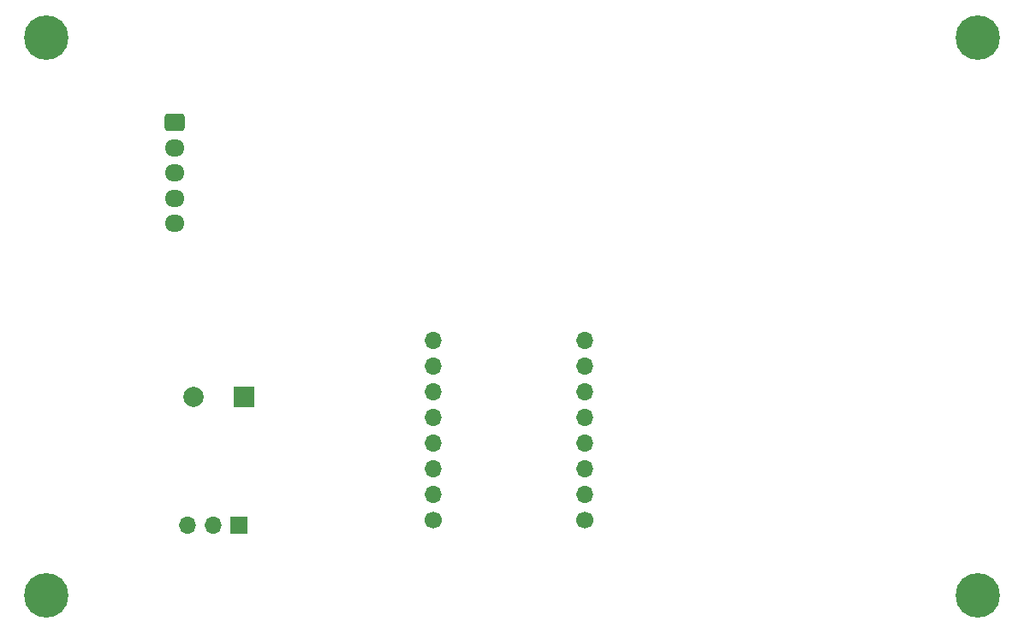
<source format=gbr>
%TF.GenerationSoftware,KiCad,Pcbnew,7.0.6-0*%
%TF.CreationDate,2023-12-02T16:23:56+00:00*%
%TF.ProjectId,Bitko clock,4269746b-6f20-4636-9c6f-636b2e6b6963,rev?*%
%TF.SameCoordinates,Original*%
%TF.FileFunction,Soldermask,Bot*%
%TF.FilePolarity,Negative*%
%FSLAX46Y46*%
G04 Gerber Fmt 4.6, Leading zero omitted, Abs format (unit mm)*
G04 Created by KiCad (PCBNEW 7.0.6-0) date 2023-12-02 16:23:56*
%MOMM*%
%LPD*%
G01*
G04 APERTURE LIST*
G04 Aperture macros list*
%AMRoundRect*
0 Rectangle with rounded corners*
0 $1 Rounding radius*
0 $2 $3 $4 $5 $6 $7 $8 $9 X,Y pos of 4 corners*
0 Add a 4 corners polygon primitive as box body*
4,1,4,$2,$3,$4,$5,$6,$7,$8,$9,$2,$3,0*
0 Add four circle primitives for the rounded corners*
1,1,$1+$1,$2,$3*
1,1,$1+$1,$4,$5*
1,1,$1+$1,$6,$7*
1,1,$1+$1,$8,$9*
0 Add four rect primitives between the rounded corners*
20,1,$1+$1,$2,$3,$4,$5,0*
20,1,$1+$1,$4,$5,$6,$7,0*
20,1,$1+$1,$6,$7,$8,$9,0*
20,1,$1+$1,$8,$9,$2,$3,0*%
G04 Aperture macros list end*
%ADD10C,4.400000*%
%ADD11O,1.700000X1.700000*%
%ADD12C,1.700000*%
%ADD13R,1.700000X1.700000*%
%ADD14R,2.000000X2.000000*%
%ADD15C,2.000000*%
%ADD16O,1.950000X1.700000*%
%ADD17RoundRect,0.250000X-0.725000X0.600000X-0.725000X-0.600000X0.725000X-0.600000X0.725000X0.600000X0*%
G04 APERTURE END LIST*
D10*
%TO.C,REF\u002A\u002A*%
X120015000Y-92710000D03*
%TD*%
%TO.C,REF\u002A\u002A*%
X27940000Y-92710000D03*
%TD*%
%TO.C,REF\u002A\u002A*%
X27940000Y-37465000D03*
%TD*%
D11*
%TO.C,REF\u002A\u002A*%
X81153000Y-67437000D03*
X81153000Y-69977000D03*
X81153000Y-72517000D03*
X81153000Y-75057000D03*
X81153000Y-77597000D03*
X81153000Y-80137000D03*
X81153000Y-82677000D03*
D12*
X81153000Y-85217000D03*
%TD*%
D11*
%TO.C,REF\u002A\u002A*%
X66153000Y-67437000D03*
X66153000Y-69977000D03*
X66153000Y-72517000D03*
X66153000Y-75057000D03*
X66153000Y-77597000D03*
X66153000Y-80137000D03*
X66153000Y-82677000D03*
D12*
X66153000Y-85217000D03*
%TD*%
D13*
%TO.C,REF\u002A\u002A*%
X46975000Y-85725000D03*
D11*
X44435000Y-85725000D03*
X41895000Y-85725000D03*
%TD*%
D14*
%TO.C,REF\u002A\u002A*%
X47455785Y-73025000D03*
D15*
X42455785Y-73025000D03*
%TD*%
D10*
%TO.C,REF\u002A\u002A*%
X120015000Y-37465000D03*
%TD*%
D16*
%TO.C,JST_XH_B5B-XH-A_1x05*%
X40640000Y-55875000D03*
X40640000Y-53375000D03*
X40640000Y-50875000D03*
X40640000Y-48375000D03*
D17*
X40640000Y-45875000D03*
%TD*%
M02*

</source>
